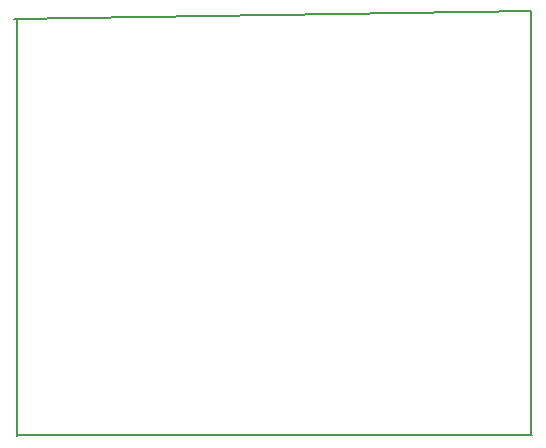
<source format=gbr>
G04 DipTrace 2.3.1.0*
%INBoardOutline.gbr*%
%MOIN*%
%ADD11C,0.006*%
%FSLAX44Y44*%
G04*
G70*
G90*
G75*
G01*
%LNBoardOutline*%
%LPD*%
X4031Y17851D2*
D11*
Y3940D1*
X4032Y3981D2*
X21211D1*
X21171Y3972D2*
Y18122D1*
X3940Y17853D1*
M02*

</source>
